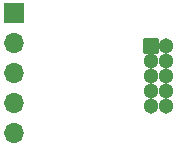
<source format=gbr>
%TF.GenerationSoftware,KiCad,Pcbnew,8.0.3*%
%TF.CreationDate,2024-06-23T22:17:52-05:00*%
%TF.ProjectId,TagConnectAdapter,54616743-6f6e-46e6-9563-744164617074,rev?*%
%TF.SameCoordinates,Original*%
%TF.FileFunction,Soldermask,Bot*%
%TF.FilePolarity,Negative*%
%FSLAX46Y46*%
G04 Gerber Fmt 4.6, Leading zero omitted, Abs format (unit mm)*
G04 Created by KiCad (PCBNEW 8.0.3) date 2024-06-23 22:17:52*
%MOMM*%
%LPD*%
G01*
G04 APERTURE LIST*
G04 Aperture macros list*
%AMRoundRect*
0 Rectangle with rounded corners*
0 $1 Rounding radius*
0 $2 $3 $4 $5 $6 $7 $8 $9 X,Y pos of 4 corners*
0 Add a 4 corners polygon primitive as box body*
4,1,4,$2,$3,$4,$5,$6,$7,$8,$9,$2,$3,0*
0 Add four circle primitives for the rounded corners*
1,1,$1+$1,$2,$3*
1,1,$1+$1,$4,$5*
1,1,$1+$1,$6,$7*
1,1,$1+$1,$8,$9*
0 Add four rect primitives between the rounded corners*
20,1,$1+$1,$2,$3,$4,$5,0*
20,1,$1+$1,$4,$5,$6,$7,0*
20,1,$1+$1,$6,$7,$8,$9,0*
20,1,$1+$1,$8,$9,$2,$3,0*%
G04 Aperture macros list end*
%ADD10O,1.700000X1.700000*%
%ADD11R,1.700000X1.700000*%
%ADD12C,1.304000*%
%ADD13RoundRect,0.102000X0.550000X-0.550000X0.550000X0.550000X-0.550000X0.550000X-0.550000X-0.550000X0*%
G04 APERTURE END LIST*
D10*
%TO.C,J3*%
X143800000Y-92470000D03*
X143800000Y-89930000D03*
X143800000Y-87390000D03*
X143800000Y-84850000D03*
D11*
X143800000Y-82310000D03*
%TD*%
D12*
%TO.C,J2*%
X155370000Y-90175000D03*
X156640000Y-90175000D03*
X155370000Y-88905000D03*
X156640000Y-88905000D03*
X155370000Y-87635000D03*
X156640000Y-87635000D03*
X155370000Y-86365000D03*
X156640000Y-86365000D03*
D13*
X155370000Y-85095000D03*
D12*
X156640000Y-85095000D03*
%TD*%
M02*

</source>
